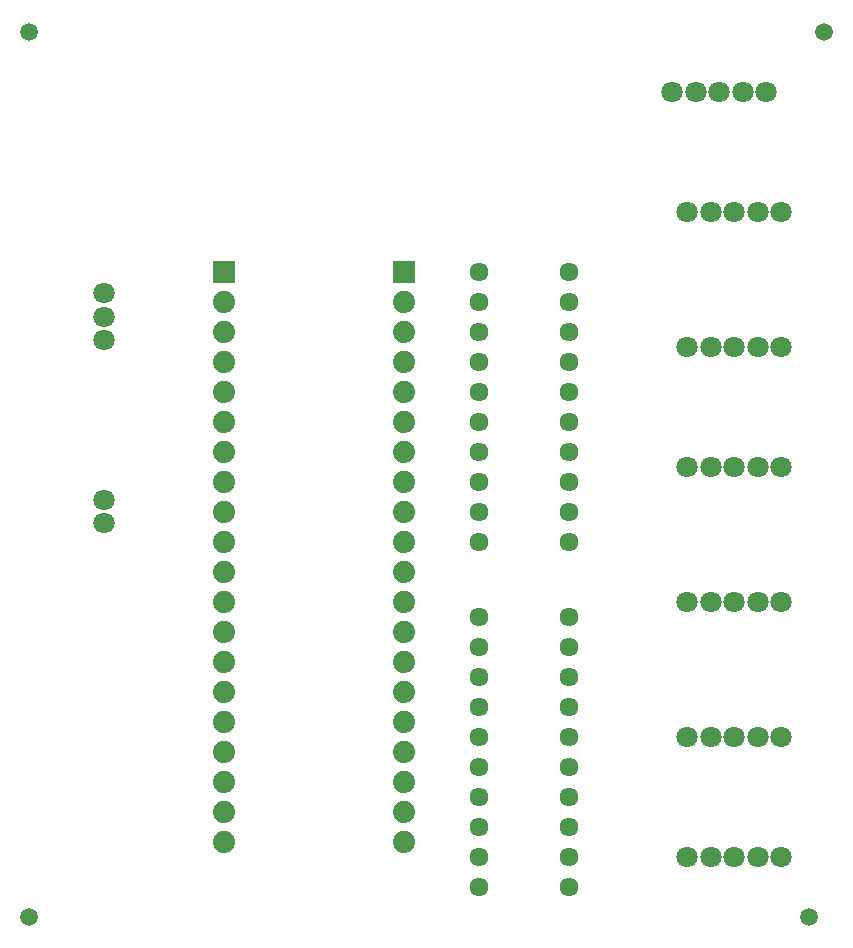
<source format=gbs>
G75*
%MOIN*%
%OFA0B0*%
%FSLAX25Y25*%
%IPPOS*%
%LPD*%
%AMOC8*
5,1,8,0,0,1.08239X$1,22.5*
%
%ADD10C,0.05918*%
%ADD11C,0.06350*%
%ADD12C,0.07099*%
%ADD13R,0.07400X0.07400*%
%ADD14C,0.07400*%
D10*
X0011000Y0011000D03*
X0271000Y0011000D03*
X0276000Y0306000D03*
X0011000Y0306000D03*
D11*
X0161000Y0226000D03*
X0161000Y0216000D03*
X0161000Y0206000D03*
X0161000Y0196000D03*
X0161000Y0186000D03*
X0161000Y0176000D03*
X0161000Y0166000D03*
X0161000Y0156000D03*
X0161000Y0146000D03*
X0161000Y0136000D03*
X0161000Y0111000D03*
X0161000Y0101000D03*
X0161000Y0091000D03*
X0161000Y0081000D03*
X0161000Y0071000D03*
X0161000Y0061000D03*
X0161000Y0051000D03*
X0161000Y0041000D03*
X0161000Y0031000D03*
X0161000Y0021000D03*
X0191000Y0021000D03*
X0191000Y0031000D03*
X0191000Y0041000D03*
X0191000Y0051000D03*
X0191000Y0061000D03*
X0191000Y0071000D03*
X0191000Y0081000D03*
X0191000Y0091000D03*
X0191000Y0101000D03*
X0191000Y0111000D03*
X0191000Y0136000D03*
X0191000Y0146000D03*
X0191000Y0156000D03*
X0191000Y0166000D03*
X0191000Y0176000D03*
X0191000Y0186000D03*
X0191000Y0196000D03*
X0191000Y0206000D03*
X0191000Y0216000D03*
X0191000Y0226000D03*
D12*
X0230252Y0246000D03*
X0238126Y0246000D03*
X0246000Y0246000D03*
X0253874Y0246000D03*
X0261748Y0246000D03*
X0256748Y0286000D03*
X0248874Y0286000D03*
X0241000Y0286000D03*
X0233126Y0286000D03*
X0225252Y0286000D03*
X0230252Y0201000D03*
X0238126Y0201000D03*
X0246000Y0201000D03*
X0253874Y0201000D03*
X0261748Y0201000D03*
X0261748Y0161000D03*
X0253874Y0161000D03*
X0246000Y0161000D03*
X0238126Y0161000D03*
X0230252Y0161000D03*
X0230252Y0116000D03*
X0238126Y0116000D03*
X0246000Y0116000D03*
X0253874Y0116000D03*
X0261748Y0116000D03*
X0261748Y0071000D03*
X0253874Y0071000D03*
X0246000Y0071000D03*
X0238126Y0071000D03*
X0230252Y0071000D03*
X0230252Y0031000D03*
X0238126Y0031000D03*
X0246000Y0031000D03*
X0253874Y0031000D03*
X0261748Y0031000D03*
X0036000Y0142063D03*
X0036000Y0149937D03*
X0036000Y0203126D03*
X0036000Y0211000D03*
X0036000Y0218874D03*
D13*
X0076000Y0226000D03*
X0136000Y0226000D03*
D14*
X0136000Y0216000D03*
X0136000Y0206000D03*
X0136000Y0196000D03*
X0136000Y0186000D03*
X0136000Y0176000D03*
X0136000Y0166000D03*
X0136000Y0156000D03*
X0136000Y0146000D03*
X0136000Y0136000D03*
X0136000Y0126000D03*
X0136000Y0116000D03*
X0136000Y0106000D03*
X0136000Y0096000D03*
X0136000Y0086000D03*
X0136000Y0076000D03*
X0136000Y0066000D03*
X0136000Y0056000D03*
X0136000Y0046000D03*
X0136000Y0036000D03*
X0076000Y0036000D03*
X0076000Y0046000D03*
X0076000Y0056000D03*
X0076000Y0066000D03*
X0076000Y0076000D03*
X0076000Y0086000D03*
X0076000Y0096000D03*
X0076000Y0106000D03*
X0076000Y0116000D03*
X0076000Y0126000D03*
X0076000Y0136000D03*
X0076000Y0146000D03*
X0076000Y0156000D03*
X0076000Y0166000D03*
X0076000Y0176000D03*
X0076000Y0186000D03*
X0076000Y0196000D03*
X0076000Y0206000D03*
X0076000Y0216000D03*
M02*

</source>
